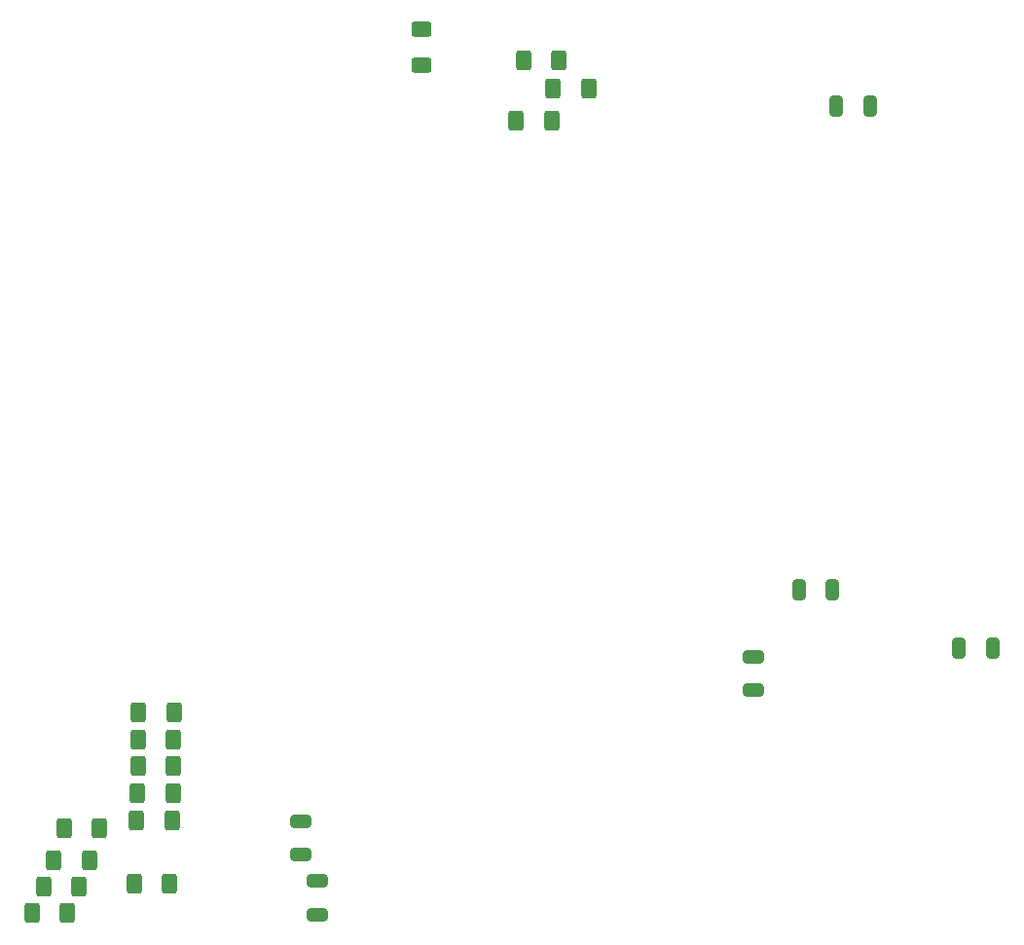
<source format=gbr>
%TF.GenerationSoftware,KiCad,Pcbnew,8.0.5-8.0.5-0~ubuntu22.04.1*%
%TF.CreationDate,2024-10-05T19:48:29+02:00*%
%TF.ProjectId,6809_CPU,36383039-5f43-4505-952e-6b696361645f,rev?*%
%TF.SameCoordinates,Original*%
%TF.FileFunction,Paste,Bot*%
%TF.FilePolarity,Positive*%
%FSLAX46Y46*%
G04 Gerber Fmt 4.6, Leading zero omitted, Abs format (unit mm)*
G04 Created by KiCad (PCBNEW 8.0.5-8.0.5-0~ubuntu22.04.1) date 2024-10-05 19:48:29*
%MOMM*%
%LPD*%
G01*
G04 APERTURE LIST*
G04 Aperture macros list*
%AMRoundRect*
0 Rectangle with rounded corners*
0 $1 Rounding radius*
0 $2 $3 $4 $5 $6 $7 $8 $9 X,Y pos of 4 corners*
0 Add a 4 corners polygon primitive as box body*
4,1,4,$2,$3,$4,$5,$6,$7,$8,$9,$2,$3,0*
0 Add four circle primitives for the rounded corners*
1,1,$1+$1,$2,$3*
1,1,$1+$1,$4,$5*
1,1,$1+$1,$6,$7*
1,1,$1+$1,$8,$9*
0 Add four rect primitives between the rounded corners*
20,1,$1+$1,$2,$3,$4,$5,0*
20,1,$1+$1,$4,$5,$6,$7,0*
20,1,$1+$1,$6,$7,$8,$9,0*
20,1,$1+$1,$8,$9,$2,$3,0*%
G04 Aperture macros list end*
%ADD10RoundRect,0.250000X0.625000X-0.400000X0.625000X0.400000X-0.625000X0.400000X-0.625000X-0.400000X0*%
%ADD11RoundRect,0.250000X-0.650000X0.325000X-0.650000X-0.325000X0.650000X-0.325000X0.650000X0.325000X0*%
%ADD12RoundRect,0.250000X0.400000X0.625000X-0.400000X0.625000X-0.400000X-0.625000X0.400000X-0.625000X0*%
%ADD13RoundRect,0.250000X-0.400000X-0.625000X0.400000X-0.625000X0.400000X0.625000X-0.400000X0.625000X0*%
%ADD14RoundRect,0.250000X-0.325000X-0.650000X0.325000X-0.650000X0.325000X0.650000X-0.325000X0.650000X0*%
%ADD15RoundRect,0.250000X0.325000X0.650000X-0.325000X0.650000X-0.325000X-0.650000X0.325000X-0.650000X0*%
G04 APERTURE END LIST*
D10*
%TO.C,R11*%
X98405200Y-70187195D03*
X98405200Y-67087195D03*
%TD*%
D11*
%TO.C,C10*%
X89357200Y-141169600D03*
X89357200Y-144119600D03*
%TD*%
%TO.C,C2*%
X87884000Y-135939000D03*
X87884000Y-138889000D03*
%TD*%
D12*
%TO.C,R14*%
X67590000Y-143891000D03*
X64490000Y-143891000D03*
%TD*%
D13*
%TO.C,R23*%
X73709600Y-128828800D03*
X76809600Y-128828800D03*
%TD*%
D12*
%TO.C,R13*%
X69495000Y-139319000D03*
X66395000Y-139319000D03*
%TD*%
D13*
%TO.C,R20*%
X73761000Y-126492000D03*
X76861000Y-126492000D03*
%TD*%
%TO.C,R22*%
X73709600Y-131165600D03*
X76809600Y-131165600D03*
%TD*%
%TO.C,R24*%
X73608000Y-135890000D03*
X76708000Y-135890000D03*
%TD*%
%TO.C,R21*%
X73684800Y-133502400D03*
X76784800Y-133502400D03*
%TD*%
%TO.C,R1*%
X109840200Y-72212995D03*
X112940200Y-72212995D03*
%TD*%
D14*
%TO.C,C7*%
X131193000Y-115789800D03*
X134143000Y-115789800D03*
%TD*%
D12*
%TO.C,R15*%
X76480000Y-141351000D03*
X73380000Y-141351000D03*
%TD*%
D15*
%TO.C,C8*%
X148083800Y-120904000D03*
X145133800Y-120904000D03*
%TD*%
D14*
%TO.C,C3*%
X134446000Y-73741995D03*
X137396000Y-73741995D03*
%TD*%
D12*
%TO.C,R8*%
X70384000Y-136525000D03*
X67284000Y-136525000D03*
%TD*%
%TO.C,R10*%
X110348800Y-69799995D03*
X107248800Y-69799995D03*
%TD*%
%TO.C,R9*%
X109687800Y-75006995D03*
X106587800Y-75006995D03*
%TD*%
%TO.C,R16*%
X68606000Y-141605000D03*
X65506000Y-141605000D03*
%TD*%
D11*
%TO.C,C6*%
X127285000Y-121631800D03*
X127285000Y-124581800D03*
%TD*%
M02*

</source>
